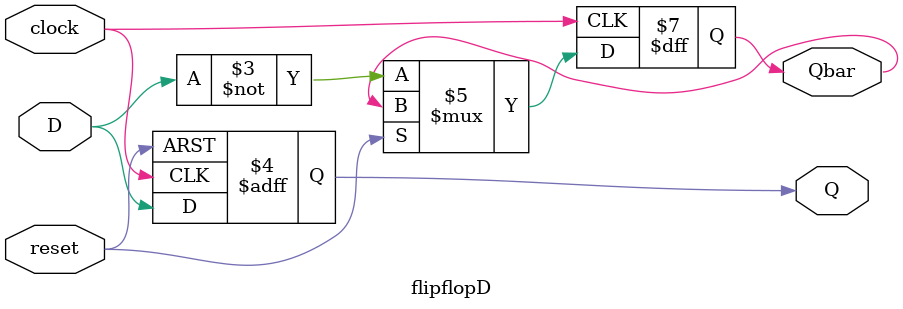
<source format=v>
module flipflopD(clock, D, Q, Qbar, reset);
    input clock, D, reset;
    output reg Q;
    output reg Qbar;

    always @(posedge clock, posedge reset) begin
        if(reset == 1'b1) Q = 1'b0;
        else begin
            Q = D;
            Qbar = ~D;
        end
    end
endmodule

</source>
